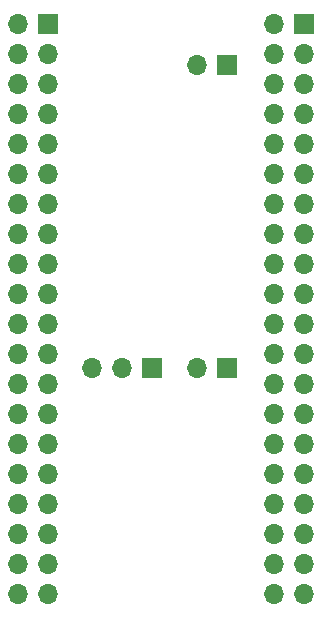
<source format=gbr>
%TF.GenerationSoftware,KiCad,Pcbnew,9.0.0*%
%TF.CreationDate,2025-03-31T20:31:44+01:00*%
%TF.ProjectId,TubeAdaptor,54756265-4164-4617-9074-6f722e6b6963,02a*%
%TF.SameCoordinates,Original*%
%TF.FileFunction,Soldermask,Bot*%
%TF.FilePolarity,Negative*%
%FSLAX46Y46*%
G04 Gerber Fmt 4.6, Leading zero omitted, Abs format (unit mm)*
G04 Created by KiCad (PCBNEW 9.0.0) date 2025-03-31 20:31:44*
%MOMM*%
%LPD*%
G01*
G04 APERTURE LIST*
%ADD10R,1.700000X1.700000*%
%ADD11O,1.700000X1.700000*%
G04 APERTURE END LIST*
D10*
%TO.C,JP1*%
X142138400Y-59309000D03*
D11*
X139598400Y-59309000D03*
%TD*%
D10*
%TO.C,SERIAL1*%
X135788400Y-84963000D03*
D11*
X133248400Y-84963000D03*
X130708400Y-84963000D03*
%TD*%
D10*
%TO.C,PWR1*%
X142138400Y-84963000D03*
D11*
X139598400Y-84963000D03*
%TD*%
D10*
%TO.C,CN1*%
X148678900Y-55880000D03*
D11*
X146138900Y-55880000D03*
X148678900Y-58420000D03*
X146138900Y-58420000D03*
X148678900Y-60960000D03*
X146138900Y-60960000D03*
X148678900Y-63500000D03*
X146138900Y-63500000D03*
X148678900Y-66040000D03*
X146138900Y-66040000D03*
X148678900Y-68580000D03*
X146138900Y-68580000D03*
X148678900Y-71120000D03*
X146138900Y-71120000D03*
X148678900Y-73660000D03*
X146138900Y-73660000D03*
X148678900Y-76200000D03*
X146138900Y-76200000D03*
X148678900Y-78740000D03*
X146138900Y-78740000D03*
X148678900Y-81280000D03*
X146138900Y-81280000D03*
X148678900Y-83820000D03*
X146138900Y-83820000D03*
X148678900Y-86360000D03*
X146138900Y-86360000D03*
X148678900Y-88900000D03*
X146138900Y-88900000D03*
X148678900Y-91440000D03*
X146138900Y-91440000D03*
X148678900Y-93980000D03*
X146138900Y-93980000D03*
X148678900Y-96520000D03*
X146138900Y-96520000D03*
X148678900Y-99060000D03*
X146138900Y-99060000D03*
X148678900Y-101600000D03*
X146138900Y-101600000D03*
X148678900Y-104140000D03*
X146138900Y-104140000D03*
%TD*%
D10*
%TO.C,CN2*%
X126974600Y-55880000D03*
D11*
X124434600Y-55880000D03*
X126974600Y-58420000D03*
X124434600Y-58420000D03*
X126974600Y-60960000D03*
X124434600Y-60960000D03*
X126974600Y-63500000D03*
X124434600Y-63500000D03*
X126974600Y-66040000D03*
X124434600Y-66040000D03*
X126974600Y-68580000D03*
X124434600Y-68580000D03*
X126974600Y-71120000D03*
X124434600Y-71120000D03*
X126974600Y-73660000D03*
X124434600Y-73660000D03*
X126974600Y-76200000D03*
X124434600Y-76200000D03*
X126974600Y-78740000D03*
X124434600Y-78740000D03*
X126974600Y-81280000D03*
X124434600Y-81280000D03*
X126974600Y-83820000D03*
X124434600Y-83820000D03*
X126974600Y-86360000D03*
X124434600Y-86360000D03*
X126974600Y-88900000D03*
X124434600Y-88900000D03*
X126974600Y-91440000D03*
X124434600Y-91440000D03*
X126974600Y-93980000D03*
X124434600Y-93980000D03*
X126974600Y-96520000D03*
X124434600Y-96520000D03*
X126974600Y-99060000D03*
X124434600Y-99060000D03*
X126974600Y-101600000D03*
X124434600Y-101600000D03*
X126974600Y-104140000D03*
X124434600Y-104140000D03*
%TD*%
M02*

</source>
